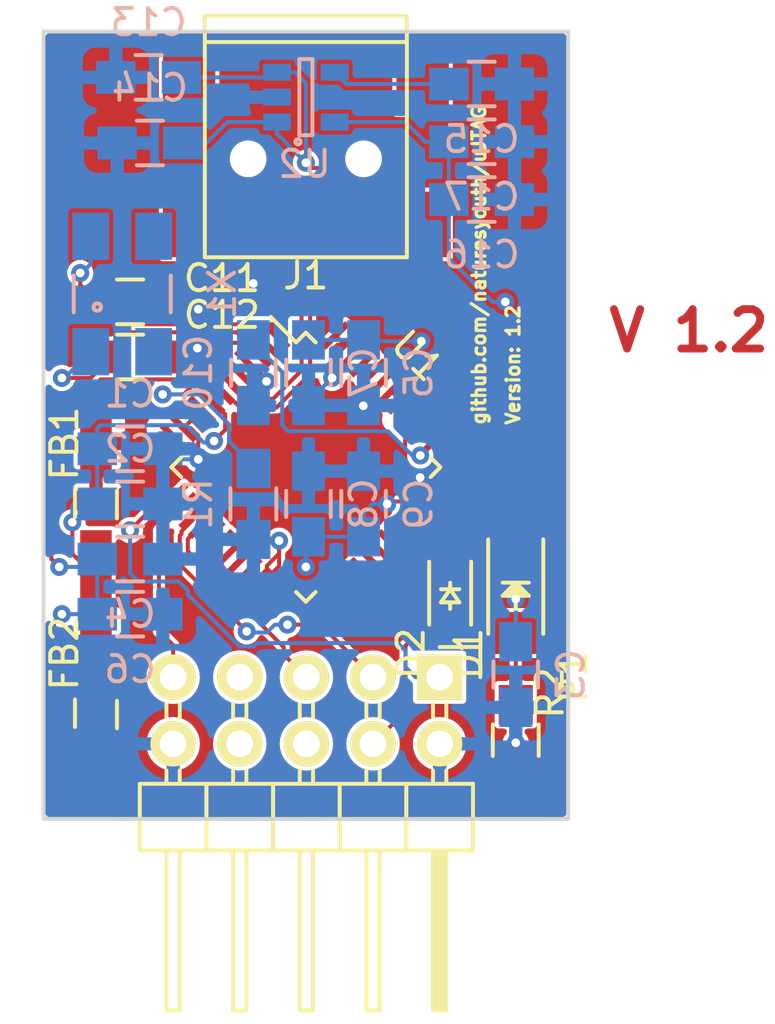
<source format=kicad_pcb>
(kicad_pcb (version 20221018) (generator pcbnew)
  (layers (0 "F.Cu" signal) (31 "B.Cu" signal) (34 "B.Paste" user) (35 "F.Paste" user) (36 "B.SilkS" user "B.Silkscreen") (37 "F.SilkS" user "F.Silkscreen") (38 "B.Mask" user) (39 "F.Mask" user) (44 "Edge.Cuts" user))
  (net 0 "")
  (net 1 "GND")
  (net 2 "Net-(C1-Pad2)")
  (net 3 "3V3")
  (net 4 "Net-(C4-Pad1)")
  (net 5 "Net-(C10-Pad1)")
  (net 6 "Net-(C11-Pad1)")
  (net 7 "Net-(C12-Pad1)")
  (net 8 "+5V")
  (net 9 "Net-(C15-Pad1)")
  (net 10 "Net-(D1-Pad2)")
  (net 11 "Net-(D2-Pad2)")
  (net 12 "/D+")
  (net 13 "/D-")
  (net 14 "/TMS")
  (net 15 "/TDI")
  (net 16 "/TDO")
  (net 17 "/TCK")
  (net 18 "Net-(R1-Pad1)")
  (footprint "Capacitors_SMD:C_0805_HandSoldering" (layer "F.Cu") (at 153.3 110.3)
    (fp_text reference "C11" (at 3.5 -0.9) (layer "F.SilkS"))
    (fp_text value "22p")
    (pad "1" smd rect (at -1.25 0) (size 1.5 1.25) (layers "F.Cu" "F.Paste" "F.Mask") (net 6 "Net-(C11-Pad1)"))
    (pad "2" smd rect (at 1.25 0) (size 1.5 1.25) (layers "F.Cu" "F.Paste" "F.Mask") (net 1 "GND"))
  )
  (footprint "Capacitors_SMD:C_0805_HandSoldering" (layer "F.Cu") (at 153.3 112.4)
    (fp_text reference "C12" (at 3.5 -1.6) (layer "F.SilkS"))
    (fp_text value "22p")
    (pad "1" smd rect (at -1.25 0) (size 1.5 1.25) (layers "F.Cu" "F.Paste" "F.Mask") (net 7 "Net-(C12-Pad1)"))
    (pad "2" smd rect (at 1.25 0) (size 1.5 1.25) (layers "F.Cu" "F.Paste" "F.Mask") (net 1 "GND"))
  )
  (footprint "LEDs:LED_1206" (layer "F.Cu") (at 168 121.5 -90)
    (fp_text reference "D1" (at 2.2 1.8 270) (layer "F.SilkS"))
    (fp_text value "LED")
    (pad "1" smd rect (at -1.41986 0 90) (size 1.59766 1.80086) (layers "F.Cu" "F.Paste" "F.Mask") (net 3 "3V3"))
    (pad "2" smd rect (at 1.41986 0 90) (size 1.59766 1.80086) (layers "F.Cu" "F.Paste" "F.Mask") (net 10 "Net-(D1-Pad2)"))
  )
  (footprint "Diodes_SMD:SOD-323" (layer "F.Cu") (at 165.5 121.5 -90)
    (fp_text reference "D2" (at 2.2 1.5 270) (layer "F.SilkS"))
    (fp_text value "BAT60J")
    (pad "1" smd rect (at -1.055 0 270) (size 0.59 0.45) (layers "F.Cu" "F.Paste" "F.Mask") (net 3 "3V3"))
    (pad "2" smd rect (at 1.055 0 270) (size 0.59 0.45) (layers "F.Cu" "F.Paste" "F.Mask") (net 11 "Net-(D2-Pad2)"))
  )
  (footprint "Choke_SMD:Choke_SMD_1206_Handsoldering" (layer "F.Cu") (at 152 118 -90)
    (fp_text reference "FB1" (at -2.3 1.2 270) (layer "F.SilkS"))
    (fp_text value "FILTER")
    (pad "1" smd rect (at -2.30124 0 270) (size 2.59842 1.19888) (layers "F.Cu" "F.Paste" "F.Mask") (net 3 "3V3"))
    (pad "2" smd rect (at 2.30124 0 270) (size 2.60096 1.19888) (layers "F.Cu" "F.Paste" "F.Mask") (net 2 "Net-(C1-Pad2)"))
  )
  (footprint "Choke_SMD:Choke_SMD_1206_Handsoldering" (layer "F.Cu") (at 152 126 -90)
    (fp_text reference "FB2" (at -2.3 1.2 270) (layer "F.SilkS"))
    (fp_text value "FILTER")
    (pad "1" smd rect (at -2.30124 0 270) (size 2.59842 1.19888) (layers "F.Cu" "F.Paste" "F.Mask") (net 3 "3V3"))
    (pad "2" smd rect (at 2.30124 0 270) (size 2.60096 1.19888) (layers "F.Cu" "F.Paste" "F.Mask") (net 4 "Net-(C4-Pad1)"))
  )
  (footprint "Connect:USB_Mini-B" (layer "F.Cu") (at 160 104 -90)
    (fp_text reference "J1" (at 5.3 0) (layer "F.SilkS"))
    (fp_text value "USB_3")
    (pad "" np_thru_hole circle (at 0.8509 -2.19964 270) (size 0.89916 0.89916) (drill 0.89916) (layers "*.Cu" "*.Mask" "F.SilkS"))
    (pad "" np_thru_hole circle (at 0.8509 2.19964 270) (size 0.89916 0.89916) (drill 0.89916) (layers "*.Cu" "*.Mask" "F.SilkS"))
    (pad "1" smd rect (at 3.44932 -1.6002 270) (size 2.30124 0.50038) (layers "F.Cu" "F.Paste" "F.Mask") (net 8 "+5V"))
    (pad "2" smd rect (at 3.44932 -0.8001 270) (size 2.30124 0.50038) (layers "F.Cu" "F.Paste" "F.Mask") (net 12 "/D+"))
    (pad "3" smd rect (at 3.44932 0 270) (size 2.30124 0.50038) (layers "F.Cu" "F.Paste" "F.Mask") (net 13 "/D-"))
    (pad "4" smd rect (at 3.44932 0.8001 270) (size 2.30124 0.50038) (layers "F.Cu" "F.Paste" "F.Mask"))
    (pad "5" smd rect (at 3.44932 1.6002 270) (size 2.30124 0.50038) (layers "F.Cu" "F.Paste" "F.Mask") (net 1 "GND"))
    (pad "6" smd rect (at -2.14884 -4.45008 270) (size 2.49936 1.99898) (layers "F.Cu" "F.Paste" "F.Mask"))
    (pad "6" smd rect (at -2.14884 4.45008 270) (size 2.49936 1.99898) (layers "F.Cu" "F.Paste" "F.Mask"))
    (pad "6" smd rect (at 3.35026 -4.45008 270) (size 2.49936 1.99898) (layers "F.Cu" "F.Paste" "F.Mask"))
    (pad "6" smd rect (at 3.35026 4.45008 270) (size 2.49936 1.99898) (layers "F.Cu" "F.Paste" "F.Mask"))
  )
  (footprint "Resistors_SMD:R_0805_HandSoldering" (layer "F.Cu") (at 168 127 -90)
    (fp_text reference "R2" (at -1.8 -1.3 270) (layer "F.SilkS"))
    (fp_text value "270")
    (pad "1" smd rect (at -1.35 0 270) (size 1.5 1.3) (layers "F.Cu" "F.Paste" "F.Mask") (net 10 "Net-(D1-Pad2)"))
    (pad "2" smd rect (at 1.35 0 270) (size 1.5 1.3) (layers "F.Cu" "F.Paste" "F.Mask") (net 1 "GND"))
  )
  (footprint "Housings_QFP:LQFP-48_7x7mm_Pitch0.5mm" (layer "F.Cu") (at 160 116.6 -45)
    (fp_text reference "U1" (at 0 -6 315) (layer "F.SilkS"))
    (fp_text value "FT232H")
    (pad "1" smd rect (at -4.35 -2.75 315) (size 1.3 0.25) (layers "F.Cu" "F.Paste" "F.Mask") (net 6 "Net-(C11-Pad1)"))
    (pad "2" smd rect (at -4.35 -2.25 315) (size 1.3 0.25) (layers "F.Cu" "F.Paste" "F.Mask") (net 7 "Net-(C12-Pad1)"))
    (pad "3" smd rect (at -4.35 -1.75 315) (size 1.3 0.25) (layers "F.Cu" "F.Paste" "F.Mask") (net 4 "Net-(C4-Pad1)"))
    (pad "4" smd rect (at -4.35 -1.25 315) (size 1.3 0.25) (layers "F.Cu" "F.Paste" "F.Mask") (net 1 "GND"))
    (pad "5" smd rect (at -4.35 -0.75 315) (size 1.3 0.25) (layers "F.Cu" "F.Paste" "F.Mask") (net 18 "Net-(R1-Pad1)"))
    (pad "6" smd rect (at -4.35 -0.25 315) (size 1.3 0.25) (layers "F.Cu" "F.Paste" "F.Mask") (net 13 "/D-"))
    (pad "7" smd rect (at -4.35 0.25 315) (size 1.3 0.25) (layers "F.Cu" "F.Paste" "F.Mask") (net 12 "/D+"))
    (pad "8" smd rect (at -4.35 0.75 315) (size 1.3 0.25) (layers "F.Cu" "F.Paste" "F.Mask") (net 2 "Net-(C1-Pad2)"))
    (pad "9" smd rect (at -4.35 1.25 315) (size 1.3 0.25) (layers "F.Cu" "F.Paste" "F.Mask") (net 1 "GND"))
    (pad "10" smd rect (at -4.35 1.75 315) (size 1.3 0.25) (layers "F.Cu" "F.Paste" "F.Mask") (net 1 "GND"))
    (pad "11" smd rect (at -4.35 2.25 315) (size 1.3 0.25) (layers "F.Cu" "F.Paste" "F.Mask") (net 1 "GND"))
    (pad "12" smd rect (at -4.35 2.75 315) (size 1.3 0.25) (layers "F.Cu" "F.Paste" "F.Mask") (net 3 "3V3"))
    (pad "13" smd rect (at -2.75 4.35 45) (size 1.3 0.25) (layers "F.Cu" "F.Paste" "F.Mask") (net 17 "/TCK"))
    (pad "14" smd rect (at -2.25 4.35 45) (size 1.3 0.25) (layers "F.Cu" "F.Paste" "F.Mask") (net 15 "/TDI"))
    (pad "15" smd rect (at -1.75 4.35 45) (size 1.3 0.25) (layers "F.Cu" "F.Paste" "F.Mask") (net 16 "/TDO"))
    (pad "16" smd rect (at -1.25 4.35 45) (size 1.3 0.25) (layers "F.Cu" "F.Paste" "F.Mask") (net 14 "/TMS"))
    (pad "17" smd rect (at -0.75 4.35 45) (size 1.3 0.25) (layers "F.Cu" "F.Paste" "F.Mask"))
    (pad "18" smd rect (at -0.25 4.35 45) (size 1.3 0.25) (layers "F.Cu" "F.Paste" "F.Mask"))
    (pad "19" smd rect (at 0.25 4.35 45) (size 1.3 0.25) (layers "F.Cu" "F.Paste" "F.Mask"))
    (pad "20" smd rect (at 0.75 4.35 45) (size 1.3 0.25) (layers "F.Cu" "F.Paste" "F.Mask"))
    (pad "21" smd rect (at 1.25 4.35 45) (size 1.3 0.25) (layers "F.Cu" "F.Paste" "F.Mask"))
    (pad "22" smd rect (at 1.75 4.35 45) (size 1.3 0.25) (layers "F.Cu" "F.Paste" "F.Mask") (net 1 "GND"))
    (pad "23" smd rect (at 2.25 4.35 45) (size 1.3 0.25) (layers "F.Cu" "F.Paste" "F.Mask") (net 1 "GND"))
    (pad "24" smd rect (at 2.75 4.35 45) (size 1.3 0.25) (layers "F.Cu" "F.Paste" "F.Mask") (net 3 "3V3"))
    (pad "25" smd rect (at 4.35 2.75 315) (size 1.3 0.25) (layers "F.Cu" "F.Paste" "F.Mask"))
    (pad "26" smd rect (at 4.35 2.25 315) (size 1.3 0.25) (layers "F.Cu" "F.Paste" "F.Mask") (net 3 "3V3"))
    (pad "27" smd rect (at 4.35 1.75 315) (size 1.3 0.25) (layers "F.Cu" "F.Paste" "F.Mask"))
    (pad "28" smd rect (at 4.35 1.25 315) (size 1.3 0.25) (layers "F.Cu" "F.Paste" "F.Mask"))
    (pad "29" smd rect (at 4.35 0.75 315) (size 1.3 0.25) (layers "F.Cu" "F.Paste" "F.Mask"))
    (pad "30" smd rect (at 4.35 0.25 315) (size 1.3 0.25) (layers "F.Cu" "F.Paste" "F.Mask"))
    (pad "31" smd rect (at 4.35 -0.25 315) (size 1.3 0.25) (layers "F.Cu" "F.Paste" "F.Mask"))
    (pad "32" smd rect (at 4.35 -0.75 315) (size 1.3 0.25) (layers "F.Cu" "F.Paste" "F.Mask"))
    (pad "33" smd rect (at 4.35 -1.25 315) (size 1.3 0.25) (layers "F.Cu" "F.Paste" "F.Mask"))
    (pad "34" smd rect (at 4.35 -1.75 315) (size 1.3 0.25) (layers "F.Cu" "F.Paste" "F.Mask") (net 3 "3V3"))
    (pad "35" smd rect (at 4.35 -2.25 315) (size 1.3 0.25) (layers "F.Cu" "F.Paste" "F.Mask") (net 1 "GND"))
    (pad "36" smd rect (at 4.35 -2.75 315) (size 1.3 0.25) (layers "F.Cu" "F.Paste" "F.Mask") (net 1 "GND"))
    (pad "37" smd rect (at 2.75 -4.35 45) (size 1.3 0.25) (layers "F.Cu" "F.Paste" "F.Mask") (net 5 "Net-(C10-Pad1)"))
    (pad "38" smd rect (at 2.25 -4.35 45) (size 1.3 0.25) (layers "F.Cu" "F.Paste" "F.Mask") (net 3 "3V3"))
    (pad "39" smd rect (at 1.75 -4.35 45) (size 1.3 0.25) (layers "F.Cu" "F.Paste" "F.Mask") (net 3 "3V3"))
    (pad "40" smd rect (at 1.25 -4.35 45) (size 1.3 0.25) (layers "F.Cu" "F.Paste" "F.Mask") (net 3 "3V3"))
    (pad "41" smd rect (at 0.75 -4.35 45) (size 1.3 0.25) (layers "F.Cu" "F.Paste" "F.Mask") (net 1 "GND"))
    (pad "42" smd rect (at 0.25 -4.35 45) (size 1.3 0.25) (layers "F.Cu" "F.Paste" "F.Mask") (net 1 "GND"))
    (pad "43" smd rect (at -0.25 -4.35 45) (size 1.3 0.25) (layers "F.Cu" "F.Paste" "F.Mask"))
    (pad "44" smd rect (at -0.75 -4.35 45) (size 1.3 0.25) (layers "F.Cu" "F.Paste" "F.Mask"))
    (pad "45" smd rect (at -1.25 -4.35 45) (size 1.3 0.25) (layers "F.Cu" "F.Paste" "F.Mask"))
    (pad "46" smd rect (at -1.75 -4.35 45) (size 1.3 0.25) (layers "F.Cu" "F.Paste" "F.Mask"))
    (pad "47" smd rect (at -2.25 -4.35 45) (size 1.3 0.25) (layers "F.Cu" "F.Paste" "F.Mask") (net 1 "GND"))
    (pad "48" smd rect (at -2.75 -4.35 45) (size 1.3 0.25) (layers "F.Cu" "F.Paste" "F.Mask") (net 1 "GND"))
  )
  (footprint "Pin_Headers:Pin_Header_Angled_2x05" (layer "F.Cu") (at 165.1 124.6 -90)
    (fp_text reference "P1" (at 0 -5.1 270) (layer "F.SilkS"))
    (fp_text value "AVR JTAG")
    (pad "1" thru_hole rect (at 0 0 270) (size 1.7272 1.7272) (drill 1.016) (layers "*.Cu" "*.Mask" "F.SilkS") (net 17 "/TCK"))
    (pad "2" thru_hole oval (at 2.54 0 270) (size 1.7272 1.7272) (drill 1.016) (layers "*.Cu" "*.Mask" "F.SilkS") (net 1 "GND"))
    (pad "3" thru_hole oval (at 0 2.54 270) (size 1.7272 1.7272) (drill 1.016) (layers "*.Cu" "*.Mask" "F.SilkS") (net 16 "/TDO"))
    (pad "4" thru_hole oval (at 2.54 2.54 270) (size 1.7272 1.7272) (drill 1.016) (layers "*.Cu" "*.Mask" "F.SilkS") (net 11 "Net-(D2-Pad2)"))
    (pad "5" thru_hole oval (at 0 5.08 270) (size 1.7272 1.7272) (drill 1.016) (layers "*.Cu" "*.Mask" "F.SilkS") (net 14 "/TMS"))
    (pad "6" thru_hole oval (at 2.54 5.08 270) (size 1.7272 1.7272) (drill 1.016) (layers "*.Cu" "*.Mask" "F.SilkS"))
    (pad "7" thru_hole oval (at 0 7.62 270) (size 1.7272 1.7272) (drill 1.016) (layers "*.Cu" "*.Mask" "F.SilkS"))
    (pad "8" thru_hole oval (at 2.54 7.62 270) (size 1.7272 1.7272) (drill 1.016) (layers "*.Cu" "*.Mask" "F.SilkS"))
    (pad "9" thru_hole oval (at 0 10.16 270) (size 1.7272 1.7272) (drill 1.016) (layers "*.Cu" "*.Mask" "F.SilkS") (net 15 "/TDI"))
    (pad "10" thru_hole oval (at 2.54 10.16 270) (size 1.7272 1.7272) (drill 1.016) (layers "*.Cu" "*.Mask" "F.SilkS") (net 1 "GND"))
  )
  (footprint "Capacitors_SMD:C_0805_HandSoldering" (layer "B.Cu") (at 153.3 115.9 180)
    (fp_text reference "C1" (at 0 2.1 180) (layer "B.SilkS") (effects (justify mirror)))
    (fp_text value "4u7")
    (pad "1" smd rect (at -1.25 0 180) (size 1.5 1.25) (layers "B.Cu" "B.Paste" "B.Mask") (net 1 "GND"))
    (pad "2" smd rect (at 1.25 0 180) (size 1.5 1.25) (layers "B.Cu" "B.Paste" "B.Mask") (net 2 "Net-(C1-Pad2)"))
  )
  (footprint "Capacitors_SMD:C_0805_HandSoldering" (layer "B.Cu") (at 153.3 118 180)
    (fp_text reference "C2" (at 0 2.1 180) (layer "B.SilkS") (effects (justify mirror)))
    (fp_text value "100n")
    (pad "1" smd rect (at -1.25 0 180) (size 1.5 1.25) (layers "B.Cu" "B.Paste" "B.Mask") (net 1 "GND"))
    (pad "2" smd rect (at 1.25 0 180) (size 1.5 1.25) (layers "B.Cu" "B.Paste" "B.Mask") (net 2 "Net-(C1-Pad2)"))
  )
  (footprint "Capacitors_SMD:C_0805_HandSoldering" (layer "B.Cu") (at 168 124.5 90)
    (fp_text reference "C3" (at 0 2.1 90) (layer "B.SilkS") (effects (justify mirror)))
    (fp_text value "100n")
    (pad "1" smd rect (at -1.25 0 90) (size 1.5 1.25) (layers "B.Cu" "B.Paste" "B.Mask") (net 1 "GND"))
    (pad "2" smd rect (at 1.25 0 90) (size 1.5 1.25) (layers "B.Cu" "B.Paste" "B.Mask") (net 3 "3V3"))
  )
  (footprint "Capacitors_SMD:C_0805_HandSoldering" (layer "B.Cu") (at 153.3 120.1)
    (fp_text reference "C4" (at 0 2.1) (layer "B.SilkS") (effects (justify mirror)))
    (fp_text value "4u7")
    (pad "1" smd rect (at -1.25 0) (size 1.5 1.25) (layers "B.Cu" "B.Paste" "B.Mask") (net 4 "Net-(C4-Pad1)"))
    (pad "2" smd rect (at 1.25 0) (size 1.5 1.25) (layers "B.Cu" "B.Paste" "B.Mask") (net 1 "GND"))
  )
  (footprint "Capacitors_SMD:C_0805_HandSoldering" (layer "B.Cu") (at 162.2 113 90)
    (fp_text reference "C5" (at 0 2.1 90) (layer "B.SilkS") (effects (justify mirror)))
    (fp_text value "100n")
    (pad "1" smd rect (at -1.25 0 90) (size 1.5 1.25) (layers "B.Cu" "B.Paste" "B.Mask") (net 1 "GND"))
    (pad "2" smd rect (at 1.25 0 90) (size 1.5 1.25) (layers "B.Cu" "B.Paste" "B.Mask") (net 3 "3V3"))
  )
  (footprint "Capacitors_SMD:C_0805_HandSoldering" (layer "B.Cu") (at 153.3 122.2)
    (fp_text reference "C6" (at 0 2.1) (layer "B.SilkS") (effects (justify mirror)))
    (fp_text value "100n")
    (pad "1" smd rect (at -1.25 0) (size 1.5 1.25) (layers "B.Cu" "B.Paste" "B.Mask") (net 4 "Net-(C4-Pad1)"))
    (pad "2" smd rect (at 1.25 0) (size 1.5 1.25) (layers "B.Cu" "B.Paste" "B.Mask") (net 1 "GND"))
  )
  (footprint "Capacitors_SMD:C_0805_HandSoldering" (layer "B.Cu") (at 160.1 113 90)
    (fp_text reference "C7" (at 0 2.1 90) (layer "B.SilkS") (effects (justify mirror)))
    (fp_text value "100n")
    (pad "1" smd rect (at -1.25 0 90) (size 1.5 1.25) (layers "B.Cu" "B.Paste" "B.Mask") (net 1 "GND"))
    (pad "2" smd rect (at 1.25 0 90) (size 1.5 1.25) (layers "B.Cu" "B.Paste" "B.Mask") (net 3 "3V3"))
  )
  (footprint "Capacitors_SMD:C_0805_HandSoldering" (layer "B.Cu") (at 160.1 118 90)
    (fp_text reference "C8" (at 0 2.1 90) (layer "B.SilkS") (effects (justify mirror)))
    (fp_text value "100n")
    (pad "1" smd rect (at -1.25 0 90) (size 1.5 1.25) (layers "B.Cu" "B.Paste" "B.Mask") (net 3 "3V3"))
    (pad "2" smd rect (at 1.25 0 90) (size 1.5 1.25) (layers "B.Cu" "B.Paste" "B.Mask") (net 1 "GND"))
  )
  (footprint "Capacitors_SMD:C_0805_HandSoldering" (layer "B.Cu") (at 162.2 118 90)
    (fp_text reference "C9" (at 0 2.1 90) (layer "B.SilkS") (effects (justify mirror)))
    (fp_text value "100n")
    (pad "1" smd rect (at -1.25 0 90) (size 1.5 1.25) (layers "B.Cu" "B.Paste" "B.Mask") (net 3 "3V3"))
    (pad "2" smd rect (at 1.25 0 90) (size 1.5 1.25) (layers "B.Cu" "B.Paste" "B.Mask") (net 1 "GND"))
  )
  (footprint "Capacitors_SMD:C_0805_HandSoldering" (layer "B.Cu") (at 158 113 -90)
    (fp_text reference "C10" (at 0 2.1 270) (layer "B.SilkS") (effects (justify mirror)))
    (fp_text value "100n")
    (pad "1" smd rect (at -1.25 0 270) (size 1.5 1.25) (layers "B.Cu" "B.Paste" "B.Mask") (net 5 "Net-(C10-Pad1)"))
    (pad "2" smd rect (at 1.25 0 270) (size 1.5 1.25) (layers "B.Cu" "B.Paste" "B.Mask") (net 1 "GND"))
  )
  (footprint "Capacitors_SMD:C_0805_HandSoldering" (layer "B.Cu") (at 154.005921 101.746869 180)
    (fp_text reference "C13" (at 0 2.1 180) (layer "B.SilkS") (effects (justify mirror)))
    (fp_text value "1u")
    (pad "1" smd rect (at -1.25 0 180) (size 1.5 1.25) (layers "B.Cu" "B.Paste" "B.Mask") (net 8 "+5V"))
    (pad "2" smd rect (at 1.25 0 180) (size 1.5 1.25) (layers "B.Cu" "B.Paste" "B.Mask") (net 1 "GND"))
  )
  (footprint "Capacitors_SMD:C_0805_HandSoldering" (layer "B.Cu") (at 154.055921 104.246869 180)
    (fp_text reference "C14" (at 0 2.1 180) (layer "B.SilkS") (effects (justify mirror)))
    (fp_text value "100n")
    (pad "1" smd rect (at -1.25 0 180) (size 1.5 1.25) (layers "B.Cu" "B.Paste" "B.Mask") (net 8 "+5V"))
    (pad "2" smd rect (at 1.25 0 180) (size 1.5 1.25) (layers "B.Cu" "B.Paste" "B.Mask") (net 1 "GND"))
  )
  (footprint "Capacitors_SMD:C_0805_HandSoldering" (layer "B.Cu") (at 166.7 102)
    (fp_text reference "C15" (at 0 2.1) (layer "B.SilkS") (effects (justify mirror)))
    (fp_text value "10n")
    (pad "1" smd rect (at -1.25 0) (size 1.5 1.25) (layers "B.Cu" "B.Paste" "B.Mask") (net 9 "Net-(C15-Pad1)"))
    (pad "2" smd rect (at 1.25 0) (size 1.5 1.25) (layers "B.Cu" "B.Paste" "B.Mask") (net 1 "GND"))
  )
  (footprint "Capacitors_SMD:C_0805_HandSoldering" (layer "B.Cu") (at 166.7 106.4)
    (fp_text reference "C16" (at 0 2.1) (layer "B.SilkS") (effects (justify mirror)))
    (fp_text value "100n")
    (pad "1" smd rect (at -1.25 0) (size 1.5 1.25) (layers "B.Cu" "B.Paste" "B.Mask") (net 3 "3V3"))
    (pad "2" smd rect (at 1.25 0) (size 1.5 1.25) (layers "B.Cu" "B.Paste" "B.Mask") (net 1 "GND"))
  )
  (footprint "Capacitors_SMD:C_0805_HandSoldering" (layer "B.Cu") (at 166.7 104.2)
    (fp_text reference "C17" (at 0 2.1) (layer "B.SilkS") (effects (justify mirror)))
    (fp_text value "1u")
    (pad "1" smd rect (at -1.25 0) (size 1.5 1.25) (layers "B.Cu" "B.Paste" "B.Mask") (net 3 "3V3"))
    (pad "2" smd rect (at 1.25 0) (size 1.5 1.25) (layers "B.Cu" "B.Paste" "B.Mask") (net 1 "GND"))
  )
  (footprint "Resistors_SMD:R_0805_HandSoldering" (layer "B.Cu") (at 158 118 -90)
    (fp_text reference "R1" (at 0 2.1 270) (layer "B.SilkS") (effects (justify mirror)))
    (fp_text value "12k")
    (pad "1" smd rect (at -1.35 0 270) (size 1.5 1.3) (layers "B.Cu" "B.Paste" "B.Mask") (net 18 "Net-(R1-Pad1)"))
    (pad "2" smd rect (at 1.35 0 270) (size 1.5 1.3) (layers "B.Cu" "B.Paste" "B.Mask") (net 1 "GND"))
  )
  (footprint "Crystals:Crystal_SMD_0603_4Pads" (layer "B.Cu") (at 153 110 90)
    (fp_text reference "X1" (at 0 3.81 90) (layer "B.SilkS") (effects (justify mirror)))
    (fp_text value "CRYSTAL")
    (pad "1" smd rect (at -2.19964 -1.19888 90) (size 1.80086 1.39954) (layers "B.Cu" "B.Paste" "B.Mask") (net 7 "Net-(C12-Pad1)"))
    (pad "2" smd rect (at 2.19964 -1.19888 90) (size 1.80086 1.39954) (layers "B.Cu" "B.Paste" "B.Mask") (net 6 "Net-(C11-Pad1)"))
    (pad "3" smd rect (at 2.19964 1.19888 90) (size 1.80086 1.39954) (layers "B.Cu" "B.Paste" "B.Mask"))
    (pad "4" smd rect (at -2.19964 1.19888 90) (size 1.80086 1.39954) (layers "B.Cu" "B.Paste" "B.Mask"))
  )
  (footprint "TO_SOT_Packages_SMD:SOT-23-5" (layer "B.Cu") (at 160 102.5)
    (fp_text reference "U2" (at -0.05 2.55) (layer "B.SilkS") (effects (justify mirror)))
    (fp_text value "LD3985M")
    (pad "1" smd rect (at -1.1 0.95) (size 1.06 0.65) (layers "B.Cu" "B.Paste" "B.Mask") (net 8 "+5V"))
    (pad "2" smd rect (at -1.1 0) (size 1.06 0.65) (layers "B.Cu" "B.Paste" "B.Mask") (net 1 "GND"))
    (pad "3" smd rect (at -1.1 -0.95) (size 1.06 0.65) (layers "B.Cu" "B.Paste" "B.Mask") (net 8 "+5V"))
    (pad "4" smd rect (at 1.1 -0.95) (size 1.06 0.65) (layers "B.Cu" "B.Paste" "B.Mask") (net 9 "Net-(C15-Pad1)"))
    (pad "5" smd rect (at 1.1 0.95) (size 1.06 0.65) (layers "B.Cu" "B.Paste" "B.Mask") (net 3 "3V3"))
  )
  (gr_line (start 150 130) (end 150 100) (stroke (width 0.15)) (layer "Edge.Cuts"))
  (gr_line (start 150 100) (end 170 100) (stroke (width 0.15)) (layer "Edge.Cuts"))
  (gr_line (start 150 130) (end 170 130) (stroke (width 0.15)) (layer "Edge.Cuts"))
  (gr_line (start 170 100) (end 170 130) (stroke (width 0.15)) (layer "Edge.Cuts"))
  (gr_text "V 1.2" (at 174.6 111.4) (layer "F.Cu") (effects (font (size 1.5 1.5) (thickness 0.3))))
  (gr_text "github.com/naturesyouth/uJTAG" (at 166.6 108.9 90) (layer "F.SilkS") (effects (font (size 0.5 0.5) (thickness 0.125))))
  (gr_text "Version: 1.2" (at 167.9 112.7 90) (layer "F.SilkS") (effects (font (size 0.5 0.5) (thickness 0.125))))
  (segment (start 163.252691 113.700862) (end 162.694026 114.259527) (width 0.153) (layer "F.Cu") (net 1))
  (segment (start 158.3998 108.34975) (end 158.3998 107.44932) (width 0.153) (layer "F.Cu") (net 1))
  (segment (start 158.3998 109.2002) (end 158 109.6) (width 0.153) (layer "F.Cu") (net 1))
  (segment (start 155.753 110) (end 156.74955 110) (width 0.153) (layer "F.Cu") (net 1))
  (segment (start 158.438299 120.913351) (end 158.978998 120.372652) (width 0.153) (layer "F.Cu") (net 1))
  (segment (start 155.686649 114.761522) (end 155.661522 114.761522) (width 0.153) (layer "F.Cu") (net 1))
  (segment (start 158.978998 119.890123) (end 158.978998 119.4) (width 0.153) (layer "F.Cu") (net 1))
  (segment (start 155.9 110.581991) (end 155.557001 110.238992) (width 0.153) (layer "F.Cu") (net 1))
  (segment (start 155.333095 115.115076) (end 155.609872 115.115076) (width 0.153) (layer "F.Cu") (net 1))
  (segment (start 155.453 110.3) (end 155.753 110) (width 0.153) (layer "F.Cu") (net 1))
  (segment (start 161.208147 111.933095) (end 161.484924 111.933095) (width 0.153) (layer "F.Cu") (net 1))
  (segment (start 157.6 110) (end 158 109.6) (width 0.153) (layer "F.Cu") (net 1))
  (segment (start 158.161522 120.913351) (end 158.438299 120.913351) (width 0.153) (layer "F.Cu") (net 1))
  (segment (start 156.74955 110) (end 158.3998 108.34975) (width 0.153) (layer "F.Cu") (net 1))
  (segment (start 161.484924 111.933095) (end 161.131371 111.579542) (width 0.153) (layer "F.Cu") (net 1))
  (segment (start 155.9 115.405204) (end 155.9 116.3) (width 0.153) (layer "F.Cu") (net 1))
  (segment (start 164.666905 118.084924) (end 165.020458 117.731371) (width 0.153) (layer "F.Cu") (net 1))
  (segment (start 163.606245 114.054416) (end 163.252691 113.700862) (width 0.153) (layer "F.Cu") (net 1))
  (segment (start 156.74955 110) (end 157.6 110) (width 0.153) (layer "F.Cu") (net 1))
  (segment (start 155.631074 112.4) (end 155.631074 112.297376) (width 0.153) (layer "F.Cu") (net 1))
  (segment (start 158.3998 107.44932) (end 158.3998 109.2002) (width 0.153) (layer "F.Cu") (net 1))
  (segment (start 155.333095 115.115076) (end 155.686649 114.761522) (width 0.153) (layer "F.Cu") (net 1))
  (segment (start 154.55 110.3) (end 155.453 110.3) (width 0.153) (layer "F.Cu") (net 1))
  (segment (start 164.355532 116.9938) (end 164.355532 117.066445) (width 0.153) (layer "F.Cu") (net 1))
  (segment (start 158.978998 120.372652) (end 158.978998 119.4) (width 0.153) (layer "F.Cu") (net 1))
  (segment (start 158.515076 120.354045) (end 158.978998 119.890123) (width 0.153) (layer "F.Cu") (net 1))
  (segment (start 155.631074 112.297376) (end 155.864225 112.064225) (width 0.153) (layer "F.Cu") (net 1))
  (segment (start 168 128.35) (end 168 127.1) (width 0.153) (layer "F.Cu") (net 1))
  (segment (start 157.808687 112.640202) (end 158.497928 113.329443) (width 0.153) (layer "F.Cu") (net 1))
  (segment (start 154.55 112.4) (end 155.631074 112.4) (width 0.153) (layer "F.Cu") (net 1))
  (segment (start 155.557001 110.238992) (end 155.514008 110.238992) (width 0.153) (layer "F.Cu") (net 1))
  (segment (start 158.515076 121.266905) (end 158.515076 120.354045) (width 0.153) (layer "F.Cu") (net 1))
  (segment (start 161 112.141242) (end 161.208147 111.933095) (width 0.153) (layer "F.Cu") (net 1))
  (segment (start 155.609872 115.115076) (end 155.9 115.405204) (width 0.153) (layer "F.Cu") (net 1))
  (segment (start 156.040202 114.407969) (end 155.686649 114.761522) (width 0.153) (layer "F.Cu") (net 1))
  (segment (start 162.694026 114.259527) (end 162.191192 114.259527) (width 0.153) (layer "F.Cu") (net 1))
  (segment (start 157.807969 112.640202) (end 157.808687 112.640202) (width 0.153) (layer "F.Cu") (net 1))
  (segment (start 161 113.2) (end 161 112.141242) (width 0.153) (layer "F.Cu") (net 1))
  (segment (start 164.355532 117.066445) (end 165.020458 117.731371) (width 0.153) (layer "F.Cu") (net 1))
  (segment (start 155.514008 110.238992) (end 155.453 110.3) (width 0.153) (layer "F.Cu") (net 1))
  (via (at 155.9 116.3) (size 0.686) (drill 0.33) (layers "F.Cu" "B.Cu") (net 1))
  (via (at 155.9 110.581991) (size 0.686) (drill 0.33) (layers "F.Cu" "B.Cu") (net 1))
  (via (at 158 109.6) (size 0.686) (drill 0.33) (layers "F.Cu" "B.Cu") (net 1))
  (via (at 158.978998 119.4) (size 0.686) (drill 0.33) (layers "F.Cu" "B.Cu") (net 1))
  (via (at 161 113.2) (size 0.686) (drill 0.33) (layers "F.Cu" "B.Cu") (net 1))
  (via (at 168 127.1) (size 0.686) (drill 0.33) (layers "F.Cu" "B.Cu") (net 1))
  (via (at 162.191192 114.259527) (size 0.686) (drill 0.33) (layers "F.Cu" "B.Cu") (net 1))
  (via (at 158.497928 113.329443) (size 0.686) (drill 0.33) (layers "F.Cu" "B.Cu") (net 1))
  (via (at 164.355532 116.9938) (size 0.686) (drill 0.33) (layers "F.Cu" "B.Cu") (net 1))
  (via (at 155.864225 112.064225) (size 0.686) (drill 0.33) (layers "F.Cu" "B.Cu") (net 1))
  (segment (start 162.2 116.75) (end 164.111732 116.75) (width 0.153) (layer "B.Cu") (net 1))
  (segment (start 168 127.1) (end 168 125.75) (width 0.153) (layer "B.Cu") (net 1))
  (segment (start 160.1 114.25) (end 160.1 114.1) (width 0.153) (layer "B.Cu") (net 1))
  (segment (start 160.1 114.1) (end 161 113.2) (width 0.153) (layer "B.Cu") (net 1))
  (segment (start 158.05 119.4) (end 158 119.35) (width 0.153) (layer "B.Cu") (net 1))
  (segment (start 155.9 110.6) (end 155.9 110.581991) (width 0.153) (layer "B.Cu") (net 1))
  (segment (start 162.2 114.25) (end 160.1 114.25) (width 0.153) (layer "B.Cu") (net 1))
  (segment (start 156.207224 110.907224) (end 155.9 110.6) (width 0.153) (layer "B.Cu") (net 1))
  (segment (start 158.978998 119.4) (end 158.05 119.4) (width 0.153) (layer "B.Cu") (net 1))
  (segment (start 154.95 116.3) (end 154.55 115.9) (width 0.153) (layer "B.Cu") (net 1))
  (segment (start 155.9 116.3) (end 154.95 116.3) (width 0.153) (layer "B.Cu") (net 1))
  (segment (start 164.111732 116.75) (end 164.355532 116.9938) (width 0.153) (layer "B.Cu") (net 1))
  (segment (start 155.864225 112.064225) (end 156.207224 111.721226) (width 0.153) (layer "B.Cu") (net 1))
  (segment (start 158.497928 113.752072) (end 158 114.25) (width 0.153) (layer "B.Cu") (net 1))
  (segment (start 156.207224 111.721226) (end 156.207224 110.907224) (width 0.153) (layer "B.Cu") (net 1))
  (segment (start 158.497928 113.329443) (end 158.497928 113.752072) (width 0.153) (layer "B.Cu") (net 1))
  (segment (start 156.924084 114.584745) (end 156.393755 114.054416) (width 0.153) (layer "F.Cu") (net 2))
  (segment (start 156.5 115.6) (end 156.924084 115.175916) (width 0.153) (layer "F.Cu") (net 2))
  (segment (start 156.924084 115.175916) (end 156.924084 114.584745) (width 0.153) (layer "F.Cu") (net 2))
  (segment (start 151.50124 120.30124) (end 152 120.30124) (width 0.153) (layer "F.Cu") (net 2))
  (segment (start 151.1 119.9) (end 151.50124 120.30124) (width 0.153) (layer "F.Cu") (net 2))
  (segment (start 151.1 118.7) (end 151.1 119.9) (width 0.153) (layer "F.Cu") (net 2))
  (via (at 151.1 118.7) (size 0.686) (drill 0.33) (layers "F.Cu" "B.Cu") (net 2))
  (via (at 156.5 115.6) (size 0.686) (drill 0.33) (layers "F.Cu" "B.Cu") (net 2))
  (segment (start 156.438102 115.661898) (end 156.5 115.6) (width 0.153) (layer "B.Cu") (net 2))
  (segment (start 152.05 115.122) (end 152.172 115) (width 0.153) (layer "B.Cu") (net 2))
  (segment (start 152.05 115.9) (end 152.05 118) (width 0.153) (layer "B.Cu") (net 2))
  (segment (start 156.1 115.661898) (end 156.438102 115.661898) (width 0.153) (layer "B.Cu") (net 2))
  (segment (start 155.438102 115) (end 156.1 115.661898) (width 0.153) (layer "B.Cu") (net 2))
  (segment (start 152.05 118) (end 151.147 118) (width 0.153) (layer "B.Cu") (net 2))
  (segment (start 151.1 118.047) (end 151.1 118.7) (width 0.153) (layer "B.Cu") (net 2))
  (segment (start 152.172 115) (end 155.438102 115) (width 0.153) (layer "B.Cu") (net 2))
  (segment (start 151.147 118) (end 151.1 118.047) (width 0.153) (layer "B.Cu") (net 2))
  (segment (start 152.05 115.9) (end 152.05 115.122) (width 0.153) (layer "B.Cu") (net 2))
  (segment (start 164.313351 114.761522) (end 163.959798 114.407969) (width 0.153) (layer "F.Cu") (net 3))
  (segment (start 163.783022 117.908149) (end 163.783022 115.291851) (width 0.153) (layer "F.Cu") (net 3))
  (segment (start 165.5 120.445) (end 165.5 119.625127) (width 0.153) (layer "F.Cu") (net 3))
  (segment (start 168 110.7) (end 167.6 110.3) (width 0.153) (layer "F.Cu") (net 3))
  (segment (start 164.313351 114.484745) (end 167.6 111.198096) (width 0.153) (layer "F.Cu") (net 3))
  (segment (start 168 120.08014) (end 168 121.625028) (width 0.153) (layer "F.Cu") (net 3))
  (segment (start 164.5 114.144544) (end 164.5 111.9) (width 0.153) (layer "F.Cu") (net 3))
  (segment (start 168 120.08014) (end 168 110.7) (width 0.153) (layer "F.Cu") (net 3))
  (segment (start 168 120.08014) (end 166.94657 120.08014) (width 0.153) (layer "F.Cu") (net 3))
  (segment (start 163.191851 117.908149) (end 163.1 118) (width 0.153) (layer "F.Cu") (net 3))
  (segment (start 166.491557 119.625127) (end 165.5 119.625127) (width 0.153) (layer "F.Cu") (net 3))
  (segment (start 163.783022 117.908149) (end 163.191851 117.908149) (width 0.153) (layer "F.Cu") (net 3))
  (segment (start 164.666905 115.115076) (end 164.313351 114.761522) (width 0.153) (layer "F.Cu") (net 3))
  (segment (start 166.94657 120.08014) (end 166.491557 119.625127) (width 0.153) (layer "F.Cu") (net 3))
  (segment (start 160 120.489087) (end 160 120.4) (width 0.153) (layer "F.Cu") (net 3))
  (segment (start 164.313351 114.761522) (end 164.313351 114.484745) (width 0.153) (layer "F.Cu") (net 3))
  (segment (start 152 115.69876) (end 154.749411 115.69876) (width 0.153) (layer "F.Cu") (net 3))
  (segment (start 164.5 111.9) (end 164.4 111.8) (width 0.153) (layer "F.Cu") (net 3))
  (segment (start 164.236575 114.407969) (end 164.5 114.144544) (width 0.153) (layer "F.Cu") (net 3))
  (segment (start 164.313351 118.438478) (end 163.783022 117.908149) (width 0.153) (layer "F.Cu") (net 3))
  (segment (start 154.749411 115.69876) (end 154.979542 115.468629) (width 0.153) (layer "F.Cu") (net 3))
  (segment (start 163.783022 115.291851) (end 164.313351 114.761522) (width 0.153) (layer "F.Cu") (net 3))
  (segment (start 167.6 111.198096) (end 167.6 110.3) (width 0.153) (layer "F.Cu") (net 3))
  (segment (start 165.5 119.625127) (end 164.313351 118.438478) (width 0.153) (layer "F.Cu") (net 3))
  (segment (start 158.868629 121.620458) (end 160 120.489087) (width 0.153) (layer "F.Cu") (net 3))
  (segment (start 163.959798 114.407969) (end 164.236575 114.407969) (width 0.153) (layer "F.Cu") (net 3))
  (via (at 163.1 118) (size 0.686) (drill 0.33) (layers "F.Cu" "B.Cu") (net 3))
  (via (at 160 120.4) (size 0.686) (drill 0.33) (layers "F.Cu" "B.Cu") (net 3))
  (via (at 168 121.625028) (size 0.686) (drill 0.33) (layers "F.Cu" "B.Cu") (net 3))
  (via (at 167.6 110.3) (size 0.686) (drill 0.33) (layers "F.Cu" "B.Cu") (net 3))
  (via (at 164.4 111.8) (size 0.686) (drill 0.33) (layers "F.Cu" "B.Cu") (net 3))
  (segment (start 162.2 118.347) (end 162.2 119.25) (width 0.153) (layer "B.Cu") (net 3))
  (segment (start 162.547 118) (end 162.2 118.347) (width 0.153) (layer "B.Cu") (net 3))
  (segment (start 163.797 103.45) (end 161.1 103.45) (width 0.153) (layer "B.Cu") (net 3))
  (segment (start 163.1 118) (end 162.547 118) (width 0.153) (layer "B.Cu") (net 3))
  (segment (start 162.25 111.8) (end 162.2 111.75) (width 0.153) (layer "B.Cu") (net 3))
  (segment (start 165.45 104.2) (end 165.45 106.4) (width 0.153) (layer "B.Cu") (net 3))
  (segment (start 160 119.35) (end 160.1 119.25) (width 0.153) (layer "B.Cu") (net 3))
  (segment (start 165.45 104.2) (end 164.547 104.2) (width 0.153) (layer "B.Cu") (net 3))
  (segment (start 162.2 119.25) (end 160.1 119.25) (width 0.153) (layer "B.Cu") (net 3))
  (segment (start 160 120.4) (end 160 119.35) (width 0.153) (layer "B.Cu") (net 3))
  (segment (start 168 121.625028) (end 168 123.25) (width 0.153) (layer "B.Cu") (net 3))
  (segment (start 162.2 111.75) (end 160.1 111.75) (width 0.153) (layer "B.Cu") (net 3))
  (segment (start 164.547 104.2) (end 163.797 103.45) (width 0.153) (layer "B.Cu") (net 3))
  (segment (start 165.45 108.635075) (end 165.45 106.4) (width 0.153) (layer "B.Cu") (net 3))
  (segment (start 167.114925 110.3) (end 165.45 108.635075) (width 0.153) (layer "B.Cu") (net 3))
  (segment (start 164.4 111.8) (end 162.25 111.8) (width 0.153) (layer "B.Cu") (net 3))
  (segment (start 167.6 110.3) (end 167.114925 110.3) (width 0.153) (layer "B.Cu") (net 3))
  (segment (start 151.24756 128.30124) (end 150.4 127.45368) (width 0.153) (layer "F.Cu") (net 4))
  (segment (start 158.161522 112.286649) (end 157.737557 111.862684) (width 0.153) (layer "F.Cu") (net 4))
  (segment (start 151.926753 113.50601) (end 151.241292 113.50601) (width 0.153) (layer "F.Cu") (net 4))
  (segment (start 156.875418 111.862684) (end 155.483601 113.254501) (width 0.153) (layer "F.Cu") (net 4))
  (segment (start 151.241292 113.50601) (end 150.3 114.447302) (width 0.153) (layer "F.Cu") (net 4))
  (segment (start 155.483601 113.254501) (end 152.178262 113.254501) (width 0.153) (layer "F.Cu") (net 4))
  (segment (start 150.4 122.5) (end 150.7 122.2) (width 0.153) (layer "F.Cu") (net 4))
  (segment (start 157.737557 111.862684) (end 156.875418 111.862684) (width 0.153) (layer "F.Cu") (net 4))
  (segment (start 150.4 127.45368) (end 150.4 122.5) (width 0.153) (layer "F.Cu") (net 4))
  (segment (start 152 128.30124) (end 151.24756 128.30124) (width 0.153) (layer "F.Cu") (net 4))
  (segment (start 150.3 120.1) (end 150.6 120.4) (width 0.153) (layer "F.Cu") (net 4))
  (segment (start 150.3 114.447302) (end 150.3 120.1) (width 0.153) (layer "F.Cu") (net 4))
  (segment (start 152.178262 113.254501) (end 151.926753 113.50601) (width 0.153) (layer "F.Cu") (net 4))
  (via (at 150.6 120.4) (size 0.686) (drill 0.33) (layers "F.Cu" "B.Cu") (net 4))
  (via (at 150.7 122.2) (size 0.686) (drill 0.33) (layers "F.Cu" "B.Cu") (net 4))
  (segment (start 152.05 122.2) (end 152.05 120.1) (width 0.153) (layer "B.Cu") (net 4))
  (segment (start 151.75 120.4) (end 152.05 120.1) (width 0.153) (layer "B.Cu") (net 4))
  (segment (start 150.6 120.4) (end 151.75 120.4) (width 0.153) (layer "B.Cu") (net 4))
  (segment (start 150.7 122.2) (end 152.05 122.2) (width 0.153) (layer "B.Cu") (net 4))
  (segment (start 164.360694 116.128393) (end 165.020458 115.468629) (width 0.153) (layer "F.Cu") (net 5))
  (segment (start 164.360694 116.154814) (end 164.360694 116.128393) (width 0.153) (layer "F.Cu") (net 5))
  (via (at 164.360694 116.154814) (size 0.686) (drill 0.33) (layers "F.Cu" "B.Cu") (net 5))
  (segment (start 159.329501 115.229501) (end 163.129501 115.229501) (width 0.153) (layer "B.Cu") (net 5))
  (segment (start 158 111.75) (end 158 111.875) (width 0.153) (layer "B.Cu") (net 5))
  (segment (start 158 111.875) (end 159.1 112.975) (width 0.153) (layer "B.Cu") (net 5))
  (segment (start 164.054814 116.154814) (end 164.360694 116.154814) (width 0.153) (layer "B.Cu") (net 5))
  (segment (start 163.129501 115.229501) (end 164.054814 116.154814) (width 0.153) (layer "B.Cu") (net 5))
  (segment (start 159.1 115) (end 159.329501 115.229501) (width 0.153) (layer "B.Cu") (net 5))
  (segment (start 159.1 112.975) (end 159.1 115) (width 0.153) (layer "B.Cu") (net 5))
  (segment (start 153.029501 111.154501) (end 152.175 110.3) (width 0.153) (layer "F.Cu") (net 6))
  (segment (start 151.4 109.65) (end 152.05 110.3) (width 0.153) (layer "F.Cu") (net 6))
  (segment (start 152.175 110.3) (end 152.05 110.3) (width 0.153) (layer "F.Cu") (net 6))
  (segment (start 151.4 109.2) (end 151.4 109.65) (width 0.153) (layer "F.Cu") (net 6))
  (segment (start 158.868629 111.302765) (end 158.720365 111.154501) (width 0.153) (layer "F.Cu") (net 6))
  (segment (start 158.720365 111.154501) (end 153.029501 111.154501) (width 0.153) (layer "F.Cu") (net 6))
  (segment (start 158.868629 111.579542) (end 158.868629 111.302765) (width 0.153) (layer "F.Cu") (net 6))
  (via (at 151.4 109.2) (size 0.686) (drill 0.33) (layers "F.Cu" "B.Cu") (net 6))
  (segment (start 151.45491 109.2) (end 151.4 109.2) (width 0.153) (layer "B.Cu") (net 6))
  (segment (start 151.80112 108.85379) (end 151.45491 109.2) (width 0.153) (layer "B.Cu") (net 6))
  (segment (start 151.80112 107.80036) (end 151.80112 108.85379) (width 0.153) (layer "B.Cu") (net 6))
  (segment (start 152.175 112.4) (end 152.05 112.4) (width 0.153) (layer "F.Cu") (net 7))
  (segment (start 153.114489 111.460511) (end 152.175 112.4) (width 0.153) (layer "F.Cu") (net 7))
  (segment (start 152.05 112.4) (end 152.05 112.95) (width 0.153) (layer "F.Cu") (net 7))
  (segment (start 157.4 111.5) (end 157.360511 111.460511) (width 0.153) (layer "F.Cu") (net 7))
  (segment (start 157.360511 111.460511) (end 153.114489 111.460511) (width 0.153) (layer "F.Cu") (net 7))
  (segment (start 158.515076 111.933095) (end 158.081981 111.5) (width 0.153) (layer "F.Cu") (net 7))
  (segment (start 151.8 113.2) (end 150.7 113.2) (width 0.153) (layer "F.Cu") (net 7))
  (segment (start 152.05 112.95) (end 151.8 113.2) (width 0.153) (layer "F.Cu") (net 7))
  (segment (start 158.081981 111.5) (end 157.4 111.5) (width 0.153) (layer "F.Cu") (net 7))
  (via (at 150.7 113.2) (size 0.686) (drill 0.33) (layers "F.Cu" "B.Cu") (net 7))
  (segment (start 150.7 113.2) (end 150.80076 113.2) (width 0.153) (layer "B.Cu") (net 7))
  (segment (start 150.80076 113.2) (end 151.80112 112.19964) (width 0.153) (layer "B.Cu") (net 7))
  (segment (start 161.6002 107.44932) (end 161.6002 106.1457) (width 0.153) (layer "F.Cu") (net 8))
  (segment (start 161.6002 106.1457) (end 160.6545 105.2) (width 0.153) (layer "F.Cu") (net 8))
  (segment (start 160.2 105.2) (end 160 105) (width 0.153) (layer "F.Cu") (net 8))
  (segment (start 160.6545 105.2) (end 160.2 105.2) (width 0.153) (layer "F.Cu") (net 8))
  (via (at 160 105) (size 0.686) (drill 0.33) (layers "F.Cu" "B.Cu") (net 8))
  (segment (start 160 101.967) (end 159.583 101.55) (width 0.153) (layer "B.Cu") (net 8))
  (segment (start 158.9 103.9) (end 158.9 103.45) (width 0.153) (layer "B.Cu") (net 8))
  (segment (start 156.208921 104.246869) (end 157.00579 103.45) (width 0.153) (layer "B.Cu") (net 8))
  (segment (start 157.00579 103.45) (end 158.9 103.45) (width 0.153) (layer "B.Cu") (net 8))
  (segment (start 159.583 101.55) (end 158.9 101.55) (width 0.153) (layer "B.Cu") (net 8))
  (segment (start 155.255921 101.746869) (end 158.703131 101.746869) (width 0.153) (layer "B.Cu") (net 8))
  (segment (start 155.305921 104.246869) (end 156.208921 104.246869) (width 0.153) (layer "B.Cu") (net 8))
  (segment (start 160 105) (end 160 101.967) (width 0.153) (layer "B.Cu") (net 8))
  (segment (start 160 105) (end 158.9 103.9) (width 0.153) (layer "B.Cu") (net 8))
  (segment (start 158.703131 101.746869) (end 158.9 101.55) (width 0.153) (layer "B.Cu") (net 8))
  (segment (start 161.55 102) (end 161.1 101.55) (width 0.153) (layer "B.Cu") (net 9))
  (segment (start 165.45 102) (end 161.55 102) (width 0.153) (layer "B.Cu") (net 9))
  (segment (start 168 125.65) (end 168 122.91986) (width 0.153) (layer "F.Cu") (net 10))
  (segment (start 162.56 127.14) (end 163.8 125.9) (width 0.153) (layer "F.Cu") (net 11))
  (segment (start 163.8 125.9) (end 163.8 123.4) (width 0.153) (layer "F.Cu") (net 11))
  (segment (start 165.5 122.625) (end 165.5 122.555) (width 0.153) (layer "F.Cu") (net 11))
  (segment (start 164.645 122.555) (end 165.5 122.555) (width 0.153) (layer "F.Cu") (net 11))
  (segment (start 163.8 123.4) (end 164.645 122.555) (width 0.153) (layer "F.Cu") (net 11))
  (segment (start 156.868931 113.700862) (end 157.490224 114.322155) (width 0.153) (layer "F.Cu") (net 12))
  (segment (start 160.56405 109.26788) (end 160.56405 108.5858) (width 0.153) (layer "F.Cu") (net 12))
  (segment (start 157.490224 114.322155) (end 158.889361 114.322155) (width 0.153) (layer "F.Cu") (net 12))
  (segment (start 160.8001 108.34975) (end 160.8001 107.44932) (width 0.153) (layer "F.Cu") (net 12))
  (segment (start 156.747309 113.700862) (end 156.868931 113.700862) (width 0.153) (layer "F.Cu") (net 12))
  (segment (start 160.164 109.66793) (end 160.56405 109.26788) (width 0.153) (layer "F.Cu") (net 12))
  (segment (start 158.889361 114.322155) (end 160.164 113.047516) (width 0.153) (layer "F.Cu") (net 12))
  (segment (start 160.164 113.047516) (end 160.164 109.66793) (width 0.153) (layer "F.Cu") (net 12))
  (segment (start 160.56405 108.5858) (end 160.8001 108.34975) (width 0.153) (layer "F.Cu") (net 12))
  (segment (start 160.23605 109.13202) (end 160.23605 108.5858) (width 0.153) (layer "F.Cu") (net 13))
  (segment (start 160.23605 108.5858) (end 160 108.34975) (width 0.153) (layer "F.Cu") (net 13))
  (segment (start 157.100862 113.347309) (end 157.100862 113.468931) (width 0.153) (layer "F.Cu") (net 13))
  (segment (start 158.753501 113.994155) (end 159.836 112.911656) (width 0.153) (layer "F.Cu") (net 13))
  (segment (start 160 108.34975) (end 160 107.44932) (width 0.153) (layer "F.Cu") (net 13))
  (segment (start 157.626086 113.994155) (end 158.753501 113.994155) (width 0.153) (layer "F.Cu") (net 13))
  (segment (start 157.100862 113.468931) (end 157.626086 113.994155) (width 0.153) (layer "F.Cu") (net 13))
  (segment (start 159.836 112.911656) (end 159.836 109.53207) (width 0.153) (layer "F.Cu") (net 13))
  (segment (start 159.836 109.53207) (end 160.23605 109.13202) (width 0.153) (layer "F.Cu") (net 13))
  (segment (start 159.156401 123.456401) (end 155.5 119.8) (width 0.153) (layer "F.Cu") (net 14))
  (segment (start 159.156401 123.736401) (end 159.156401 123.456401) (width 0.153) (layer "F.Cu") (net 14))
  (segment (start 155.5 119.8) (end 155.5 119.332233) (width 0.153) (layer "F.Cu") (net 14))
  (segment (start 160.02 124.6) (end 159.156401 123.736401) (width 0.153) (layer "F.Cu") (net 14))
  (segment (start 155.5 119.332233) (end 156.040202 118.792031) (width 0.153) (layer "F.Cu") (net 14))
  (segment (start 154.4 119.018019) (end 155.333095 118.084924) (width 0.153) (layer "F.Cu") (net 15))
  (segment (start 154.94 123.378686) (end 154.4 122.838686) (width 0.153) (layer "F.Cu") (net 15))
  (segment (start 154.94 124.6) (end 154.94 123.378686) (width 0.153) (layer "F.Cu") (net 15))
  (segment (start 154.4 122.838686) (end 154.4 119.018019) (width 0.153) (layer "F.Cu") (net 15))
  (segment (start 155.262684 119.037316) (end 155.686649 118.613351) (width 0.153) (layer "F.Cu") (net 16))
  (segment (start 155.19399 119.20548) (end 155.262684 119.136786) (width 0.153) (layer "F.Cu") (net 16))
  (segment (start 160.56 122.6) (end 159.3 122.6) (width 0.153) (layer "F.Cu") (net 16))
  (segment (start 155.19399 120.303642) (end 155.19399 119.20548) (width 0.153) (layer "F.Cu") (net 16))
  (segment (start 162.56 124.6) (end 160.56 122.6) (width 0.153) (layer "F.Cu") (net 16))
  (segment (start 155.686649 118.613351) (end 155.686649 118.438478) (width 0.153) (layer "F.Cu") (net 16))
  (segment (start 155.262684 119.136786) (end 155.262684 119.037316) (width 0.153) (layer "F.Cu") (net 16))
  (segment (start 157.745174 122.854826) (end 155.19399 120.303642) (width 0.153) (layer "F.Cu") (net 16))
  (via (at 159.3 122.6) (size 0.686) (drill 0.33) (layers "F.Cu" "B.Cu") (net 16))
  (via (at 157.745174 122.854826) (size 0.686) (drill 0.33) (layers "F.Cu" "B.Cu") (net 16))
  (segment (start 159.3 122.6) (end 158.814925 122.6) (width 0.153) (layer "B.Cu") (net 16))
  (segment (start 157.790348 122.9) (end 157.745174 122.854826) (width 0.153) (layer "B.Cu") (net 16))
  (segment (start 158.814925 122.6) (end 158.514925 122.9) (width 0.153) (layer "B.Cu") (net 16))
  (segment (start 158.514925 122.9) (end 157.790348 122.9) (width 0.153) (layer "B.Cu") (net 16))
  (segment (start 153.3 119) (end 154.568629 117.731371) (width 0.153) (layer "F.Cu") (net 17))
  (segment (start 154.568629 117.731371) (end 154.979542 117.731371) (width 0.153) (layer "F.Cu") (net 17))
  (via (at 153.3 119) (size 0.686) (drill 0.33) (layers "F.Cu" "B.Cu") (net 17))
  (segment (start 155.5 121.3) (end 155.154501 120.954501) (width 0.153) (layer "B.Cu") (net 17))
  (segment (start 164.17779 124.6) (end 163.8 124.22221) (width 0.153) (layer "B.Cu") (net 17))
  (segment (start 158.5 123.3) (end 158.147302 123.3) (width 0.153) (layer "B.Cu") (net 17))
  (segment (start 153.616399 120.954501) (end 153.3 120.638102) (width 0.153) (layer "B.Cu") (net 17))
  (segment (start 155.5 121.456954) (end 155.5 121.3) (width 0.153) (layer "B.Cu") (net 17))
  (segment (start 157.470373 123.427327) (end 155.5 121.456954) (width 0.153) (layer "B.Cu") (net 17))
  (segment (start 163.8 123.6) (end 163.627327 123.427327) (width 0.153) (layer "B.Cu") (net 17))
  (segment (start 163.8 124.22221) (end 163.8 123.6) (width 0.153) (layer "B.Cu") (net 17))
  (segment (start 155.154501 120.954501) (end 153.616399 120.954501) (width 0.153) (layer "B.Cu") (net 17))
  (segment (start 163.5 123.3) (end 158.5 123.3) (width 0.153) (layer "B.Cu") (net 17))
  (segment (start 163.627327 123.427327) (end 163.5 123.3) (width 0.153) (layer "B.Cu") (net 17))
  (segment (start 153.3 120.638102) (end 153.3 119) (width 0.153) (layer "B.Cu") (net 17))
  (segment (start 165.1 124.6) (end 164.17779 124.6) (width 0.153) (layer "B.Cu") (net 17))
  (segment (start 158.019975 123.427327) (end 157.470373 123.427327) (width 0.153) (layer "B.Cu") (net 17))
  (segment (start 158.147302 123.3) (end 158.019975 123.427327) (width 0.153) (layer "B.Cu") (net 17))
  (segment (start 156.924087 112.463426) (end 157.454416 112.993755) (width 0.153) (layer "F.Cu") (net 18))
  (segment (start 154.542426 113.827011) (end 155.343854 113.827011) (width 0.153) (layer "F.Cu") (net 18))
  (segment (start 155.343854 113.827011) (end 156.707438 112.463426) (width 0.153) (layer "F.Cu") (net 18))
  (segment (start 156.707438 112.463426) (end 156.924087 112.463426) (width 0.153) (layer "F.Cu") (net 18))
  (via (at 154.542426 113.827011) (size 0.686) (drill 0.33) (layers "F.Cu" "B.Cu") (net 18))
  (segment (start 157.072501 114.972501) (end 155.927011 113.827011) (width 0.153) (layer "B.Cu") (net 18))
  (segment (start 158 116.65) (end 158 116.55) (width 0.153) (layer "B.Cu") (net 18))
  (segment (start 157.072501 115.622501) (end 157.072501 114.972501) (width 0.153) (layer "B.Cu") (net 18))
  (segment (start 155.927011 113.827011) (end 154.542426 113.827011) (width 0.153) (layer "B.Cu") (net 18))
  (segment (start 158 116.55) (end 157.072501 115.622501) (width 0.153) (layer "B.Cu") (net 18))
  (zone (net 3) (net_name "3V3") (layer "F.Cu") (connect_pads (clearance 0.1)) (min_thickness 0.254) (fill yes (thermal_gap 0.508) (thermal_bridge_width 0.508))
    (polygon (pts (xy 150 130) (xy 170 130) (xy 170 100) (xy 150 100)))
  )
  (zone (net 1) (net_name "GND") (layer "B.Cu") (connect_pads (clearance 0.1)) (min_thickness 0.254) (fill yes (thermal_gap 0.508) (thermal_bridge_width 0.508))
    (polygon (pts (xy 150 100) (xy 170 100) (xy 170 130) (xy 150 130)))
  )
)
</source>
